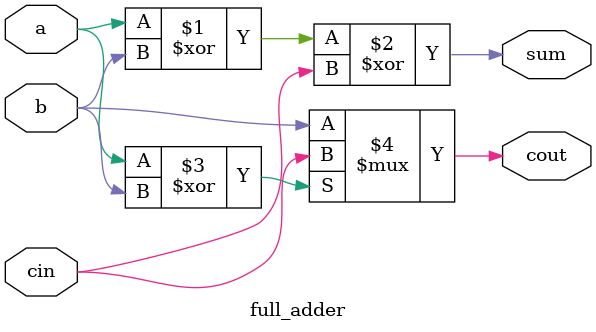
<source format=v>
module top(A, B, Cin, Sum, Cout);
	input [3:0] A, B;
	input Cin;
	output [3:0] Sum;
	output Cout;
	wire [2:0]CO;
	full_adder F1(A[0], B[0],   Cin, Sum[0], CO[0]);
	full_adder F2(A[1], B[1], CO[0], Sum[1], CO[1]);
	full_adder F3(A[2], B[2], CO[1], Sum[2], CO[2]);
	full_adder F4(A[3], B[3], CO[2], Sum[3], Cout);
endmodule

module full_adder (a, b, cin, sum, cout);
	input a,b,cin;
	output sum, cout;
	assign sum  = (a^b)^cin;
	assign cout = ((a^b) ? cin : b);
endmodule


</source>
